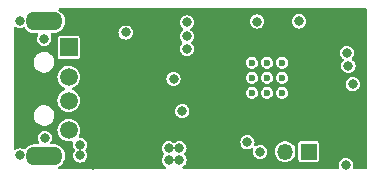
<source format=gbr>
%TF.GenerationSoftware,KiCad,Pcbnew,(6.0.7)*%
%TF.CreationDate,2022-08-28T18:35:31-07:00*%
%TF.ProjectId,RP2040_Injector,52503230-3430-45f4-996e-6a6563746f72,rev?*%
%TF.SameCoordinates,Original*%
%TF.FileFunction,Copper,L3,Inr*%
%TF.FilePolarity,Positive*%
%FSLAX46Y46*%
G04 Gerber Fmt 4.6, Leading zero omitted, Abs format (unit mm)*
G04 Created by KiCad (PCBNEW (6.0.7)) date 2022-08-28 18:35:31*
%MOMM*%
%LPD*%
G01*
G04 APERTURE LIST*
%TA.AperFunction,ComponentPad*%
%ADD10C,0.600000*%
%TD*%
%TA.AperFunction,ComponentPad*%
%ADD11R,1.350000X1.350000*%
%TD*%
%TA.AperFunction,ComponentPad*%
%ADD12O,1.350000X1.350000*%
%TD*%
%TA.AperFunction,ComponentPad*%
%ADD13R,1.508000X1.508000*%
%TD*%
%TA.AperFunction,ComponentPad*%
%ADD14C,1.508000*%
%TD*%
%TA.AperFunction,ComponentPad*%
%ADD15O,3.150000X1.575000*%
%TD*%
%TA.AperFunction,ViaPad*%
%ADD16C,0.800000*%
%TD*%
G04 APERTURE END LIST*
D10*
%TO.N,GND*%
%TO.C,*%
X116400000Y-91550000D03*
%TD*%
D11*
%TO.N,GND*%
%TO.C,J2*%
X118650000Y-99070000D03*
D12*
%TO.N,/~{USB_BOOT}*%
X116650000Y-99070000D03*
%TD*%
D10*
%TO.N,GND*%
%TO.C,*%
X115125000Y-91550000D03*
%TD*%
%TO.N,GND*%
%TO.C,*%
X115125000Y-92825000D03*
%TD*%
%TO.N,GND*%
%TO.C,*%
X113850000Y-94100000D03*
%TD*%
%TO.N,GND*%
%TO.C,*%
X116400000Y-92825000D03*
%TD*%
%TO.N,GND*%
%TO.C,*%
X116400000Y-94100000D03*
%TD*%
%TO.N,GND*%
%TO.C,*%
X113850000Y-92825000D03*
%TD*%
%TO.N,GND*%
%TO.C,*%
X113850000Y-91550000D03*
%TD*%
%TO.N,GND*%
%TO.C,*%
X115125000Y-94100000D03*
%TD*%
D13*
%TO.N,VCC*%
%TO.C,J1*%
X98337500Y-90255750D03*
D14*
%TO.N,USB_D-*%
X98337500Y-92755750D03*
%TO.N,USB_D+*%
X98337500Y-94755750D03*
%TO.N,GND*%
X98337500Y-97255750D03*
D15*
X96237500Y-88055750D03*
X96237500Y-99455750D03*
%TD*%
D16*
%TO.N,+3V3*%
X116150000Y-87350000D03*
X110680000Y-89410000D03*
X107150000Y-97650000D03*
X121170000Y-92726302D03*
X109980000Y-87390000D03*
X112560000Y-87310000D03*
X107150000Y-96650000D03*
X100410000Y-100240000D03*
X112190000Y-98310000D03*
X109400000Y-92475000D03*
X101930000Y-87870000D03*
X115300000Y-97450000D03*
%TO.N,GND*%
X96260000Y-89530000D03*
X107700000Y-98800000D03*
X99300000Y-98500000D03*
X113460000Y-98290000D03*
X108330000Y-90379802D03*
X94200000Y-88000000D03*
X99300000Y-99400000D03*
X107950000Y-95648802D03*
X103150000Y-88990000D03*
X106800000Y-98800000D03*
X114280000Y-88060000D03*
X108320000Y-88140000D03*
X114550000Y-99110000D03*
X121880000Y-90710000D03*
X107201844Y-92906113D03*
X108330000Y-89320000D03*
X106800000Y-99800000D03*
X121800000Y-100200000D03*
X122008186Y-91820000D03*
X107700000Y-99800000D03*
X122370000Y-93370000D03*
X96300000Y-97900000D03*
X94200000Y-99400000D03*
X117830000Y-88050000D03*
%TD*%
%TA.AperFunction,Conductor*%
%TO.N,+3V3*%
G36*
X123541621Y-86970502D02*
G01*
X123588114Y-87024158D01*
X123599500Y-87076500D01*
X123599500Y-100423500D01*
X123579498Y-100491621D01*
X123525842Y-100538114D01*
X123473500Y-100549500D01*
X122493782Y-100549500D01*
X122425661Y-100529498D01*
X122379168Y-100475842D01*
X122369064Y-100405568D01*
X122377373Y-100375283D01*
X122381883Y-100364395D01*
X122381884Y-100364390D01*
X122385044Y-100356762D01*
X122405682Y-100200000D01*
X122385044Y-100043238D01*
X122324536Y-99897159D01*
X122251453Y-99801915D01*
X122233305Y-99778264D01*
X122228282Y-99771718D01*
X122219199Y-99764748D01*
X122153849Y-99714604D01*
X122102841Y-99675464D01*
X121956762Y-99614956D01*
X121800000Y-99594318D01*
X121643238Y-99614956D01*
X121497159Y-99675464D01*
X121446151Y-99714604D01*
X121380802Y-99764748D01*
X121371718Y-99771718D01*
X121366695Y-99778264D01*
X121348547Y-99801915D01*
X121275464Y-99897159D01*
X121214956Y-100043238D01*
X121194318Y-100200000D01*
X121214956Y-100356762D01*
X121218116Y-100364390D01*
X121218117Y-100364395D01*
X121222627Y-100375283D01*
X121230216Y-100445873D01*
X121198436Y-100509360D01*
X121137377Y-100545586D01*
X121106218Y-100549500D01*
X108080847Y-100549500D01*
X108012726Y-100529498D01*
X107966233Y-100475842D01*
X107956129Y-100405568D01*
X107985623Y-100340988D01*
X108004143Y-100323537D01*
X108121736Y-100233305D01*
X108128282Y-100228282D01*
X108149984Y-100200000D01*
X108219509Y-100109392D01*
X108224536Y-100102841D01*
X108285044Y-99956762D01*
X108305682Y-99800000D01*
X108285044Y-99643238D01*
X108224536Y-99497159D01*
X108150000Y-99400022D01*
X108132108Y-99376704D01*
X108106508Y-99310483D01*
X108120773Y-99240935D01*
X108132108Y-99223296D01*
X108212760Y-99118188D01*
X108224536Y-99102841D01*
X108285044Y-98956762D01*
X108287137Y-98940868D01*
X108304430Y-98809507D01*
X108305682Y-98800000D01*
X108285044Y-98643238D01*
X108224536Y-98497159D01*
X108128282Y-98371718D01*
X108021785Y-98290000D01*
X112854318Y-98290000D01*
X112874956Y-98446762D01*
X112935464Y-98592841D01*
X112978229Y-98648574D01*
X113017935Y-98700319D01*
X113031718Y-98718282D01*
X113157159Y-98814536D01*
X113303238Y-98875044D01*
X113460000Y-98895682D01*
X113468188Y-98894604D01*
X113608574Y-98876122D01*
X113616762Y-98875044D01*
X113762841Y-98814536D01*
X113769392Y-98809509D01*
X113769396Y-98809507D01*
X113770978Y-98808293D01*
X113772554Y-98807684D01*
X113776546Y-98805379D01*
X113776905Y-98806002D01*
X113837198Y-98782694D01*
X113906747Y-98796960D01*
X113957542Y-98846562D01*
X113973457Y-98915752D01*
X113969387Y-98940868D01*
X113968118Y-98945604D01*
X113964956Y-98953238D01*
X113944318Y-99110000D01*
X113964956Y-99266762D01*
X114025464Y-99412841D01*
X114121718Y-99538282D01*
X114247159Y-99634536D01*
X114393238Y-99695044D01*
X114550000Y-99715682D01*
X114558188Y-99714604D01*
X114597778Y-99709392D01*
X114706762Y-99695044D01*
X114852841Y-99634536D01*
X114978282Y-99538282D01*
X115074536Y-99412841D01*
X115135044Y-99266762D01*
X115155682Y-99110000D01*
X115150416Y-99070000D01*
X115769678Y-99070000D01*
X115770368Y-99076565D01*
X115784928Y-99215091D01*
X115788915Y-99253029D01*
X115845786Y-99428059D01*
X115937805Y-99587440D01*
X115942223Y-99592347D01*
X115942224Y-99592348D01*
X116047621Y-99709404D01*
X116060950Y-99724207D01*
X116066292Y-99728088D01*
X116066294Y-99728090D01*
X116165270Y-99800000D01*
X116209839Y-99832381D01*
X116215867Y-99835065D01*
X116215869Y-99835066D01*
X116359865Y-99899177D01*
X116377966Y-99907236D01*
X116459355Y-99924536D01*
X116551524Y-99944128D01*
X116551529Y-99944128D01*
X116557981Y-99945500D01*
X116742019Y-99945500D01*
X116748471Y-99944128D01*
X116748476Y-99944128D01*
X116840645Y-99924536D01*
X116922034Y-99907236D01*
X116940135Y-99899177D01*
X117084131Y-99835066D01*
X117084133Y-99835065D01*
X117090161Y-99832381D01*
X117134730Y-99800000D01*
X117233706Y-99728090D01*
X117233708Y-99728088D01*
X117239050Y-99724207D01*
X117252379Y-99709404D01*
X117357776Y-99592348D01*
X117357777Y-99592347D01*
X117362195Y-99587440D01*
X117454214Y-99428059D01*
X117511085Y-99253029D01*
X117523190Y-99137857D01*
X117550203Y-99072201D01*
X117555779Y-99068310D01*
X117555526Y-99067916D01*
X117742008Y-99067916D01*
X117772444Y-99128361D01*
X117774500Y-99151028D01*
X117774500Y-99764748D01*
X117775707Y-99770816D01*
X117783033Y-99807644D01*
X117786133Y-99823231D01*
X117830448Y-99889552D01*
X117896769Y-99933867D01*
X117908938Y-99936288D01*
X117908939Y-99936288D01*
X117931025Y-99940681D01*
X117955252Y-99945500D01*
X119344748Y-99945500D01*
X119368975Y-99940681D01*
X119391061Y-99936288D01*
X119391062Y-99936288D01*
X119403231Y-99933867D01*
X119469552Y-99889552D01*
X119513867Y-99823231D01*
X119516968Y-99807644D01*
X119524293Y-99770816D01*
X119525500Y-99764748D01*
X119525500Y-98375252D01*
X119518659Y-98340861D01*
X119516288Y-98328939D01*
X119516288Y-98328938D01*
X119513867Y-98316769D01*
X119469552Y-98250448D01*
X119403231Y-98206133D01*
X119391062Y-98203712D01*
X119391061Y-98203712D01*
X119350816Y-98195707D01*
X119344748Y-98194500D01*
X117955252Y-98194500D01*
X117949184Y-98195707D01*
X117908939Y-98203712D01*
X117908938Y-98203712D01*
X117896769Y-98206133D01*
X117830448Y-98250448D01*
X117786133Y-98316769D01*
X117783712Y-98328938D01*
X117783712Y-98328939D01*
X117781341Y-98340861D01*
X117774500Y-98375252D01*
X117774500Y-98988972D01*
X117754498Y-99057093D01*
X117742008Y-99067916D01*
X117555526Y-99067916D01*
X117527604Y-99024470D01*
X117523190Y-99002143D01*
X117511775Y-98893535D01*
X117511775Y-98893534D01*
X117511085Y-98886971D01*
X117506320Y-98872304D01*
X117456256Y-98718226D01*
X117454214Y-98711941D01*
X117362195Y-98552560D01*
X117356342Y-98546059D01*
X117243472Y-98420704D01*
X117243471Y-98420703D01*
X117239050Y-98415793D01*
X117233708Y-98411912D01*
X117233706Y-98411910D01*
X117095503Y-98311500D01*
X117095502Y-98311499D01*
X117090161Y-98307619D01*
X117084133Y-98304935D01*
X117084131Y-98304934D01*
X116928065Y-98235449D01*
X116928064Y-98235449D01*
X116922034Y-98232764D01*
X116829176Y-98213026D01*
X116748476Y-98195872D01*
X116748471Y-98195872D01*
X116742019Y-98194500D01*
X116557981Y-98194500D01*
X116551529Y-98195872D01*
X116551524Y-98195872D01*
X116470824Y-98213026D01*
X116377966Y-98232764D01*
X116371936Y-98235449D01*
X116371935Y-98235449D01*
X116215869Y-98304934D01*
X116215867Y-98304935D01*
X116209839Y-98307619D01*
X116204498Y-98311499D01*
X116204497Y-98311500D01*
X116066294Y-98411910D01*
X116066292Y-98411912D01*
X116060950Y-98415793D01*
X116056529Y-98420703D01*
X116056528Y-98420704D01*
X115943659Y-98546059D01*
X115937805Y-98552560D01*
X115845786Y-98711941D01*
X115843744Y-98718226D01*
X115793681Y-98872304D01*
X115788915Y-98886971D01*
X115788225Y-98893534D01*
X115788225Y-98893535D01*
X115774463Y-99024470D01*
X115769678Y-99070000D01*
X115150416Y-99070000D01*
X115135044Y-98953238D01*
X115074536Y-98807159D01*
X114978282Y-98681718D01*
X114852841Y-98585464D01*
X114706762Y-98524956D01*
X114550000Y-98504318D01*
X114393238Y-98524956D01*
X114247159Y-98585464D01*
X114240608Y-98590491D01*
X114240604Y-98590493D01*
X114239022Y-98591707D01*
X114237446Y-98592316D01*
X114233454Y-98594621D01*
X114233095Y-98593998D01*
X114172802Y-98617306D01*
X114103253Y-98603040D01*
X114052458Y-98553438D01*
X114036543Y-98484248D01*
X114040613Y-98459132D01*
X114041882Y-98454396D01*
X114045044Y-98446762D01*
X114065682Y-98290000D01*
X114052597Y-98190608D01*
X114046122Y-98141426D01*
X114045044Y-98133238D01*
X113984536Y-97987159D01*
X113888282Y-97861718D01*
X113762841Y-97765464D01*
X113616762Y-97704956D01*
X113460000Y-97684318D01*
X113303238Y-97704956D01*
X113157159Y-97765464D01*
X113031718Y-97861718D01*
X112935464Y-97987159D01*
X112874956Y-98133238D01*
X112873878Y-98141426D01*
X112867403Y-98190608D01*
X112854318Y-98290000D01*
X108021785Y-98290000D01*
X108002841Y-98275464D01*
X107856762Y-98214956D01*
X107814530Y-98209396D01*
X107732829Y-98198640D01*
X107700000Y-98194318D01*
X107667171Y-98198640D01*
X107585471Y-98209396D01*
X107543238Y-98214956D01*
X107397159Y-98275464D01*
X107358753Y-98304934D01*
X107326704Y-98329526D01*
X107260484Y-98355126D01*
X107190935Y-98340861D01*
X107173296Y-98329526D01*
X107141247Y-98304934D01*
X107102841Y-98275464D01*
X106956762Y-98214956D01*
X106914530Y-98209396D01*
X106832829Y-98198640D01*
X106800000Y-98194318D01*
X106767171Y-98198640D01*
X106685471Y-98209396D01*
X106643238Y-98214956D01*
X106497159Y-98275464D01*
X106371718Y-98371718D01*
X106275464Y-98497159D01*
X106214956Y-98643238D01*
X106194318Y-98800000D01*
X106195570Y-98809507D01*
X106212864Y-98940868D01*
X106214956Y-98956762D01*
X106275464Y-99102841D01*
X106287240Y-99118188D01*
X106367892Y-99223296D01*
X106393492Y-99289517D01*
X106379227Y-99359065D01*
X106367892Y-99376704D01*
X106350000Y-99400022D01*
X106275464Y-99497159D01*
X106214956Y-99643238D01*
X106194318Y-99800000D01*
X106214956Y-99956762D01*
X106275464Y-100102841D01*
X106280491Y-100109392D01*
X106350017Y-100200000D01*
X106371718Y-100228282D01*
X106378264Y-100233305D01*
X106495857Y-100323537D01*
X106537724Y-100380875D01*
X106541946Y-100451746D01*
X106507182Y-100513649D01*
X106444469Y-100546930D01*
X106419153Y-100549500D01*
X97576965Y-100549500D01*
X97508844Y-100529498D01*
X97462351Y-100475842D01*
X97452247Y-100405568D01*
X97481741Y-100340988D01*
X97515879Y-100313298D01*
X97586193Y-100274322D01*
X97591773Y-100271229D01*
X97744171Y-100140608D01*
X97819699Y-100043238D01*
X97863280Y-99987054D01*
X97863282Y-99987051D01*
X97867192Y-99982010D01*
X97875626Y-99964871D01*
X97952991Y-99807644D01*
X97955810Y-99801915D01*
X97983367Y-99696122D01*
X98004795Y-99613861D01*
X98004795Y-99613858D01*
X98006405Y-99607679D01*
X98015818Y-99428059D01*
X98016575Y-99413620D01*
X98016575Y-99413616D01*
X98016909Y-99407238D01*
X97986895Y-99208777D01*
X97984692Y-99202791D01*
X97984691Y-99202785D01*
X97919794Y-99026402D01*
X97917588Y-99020406D01*
X97914222Y-99014978D01*
X97914220Y-99014973D01*
X97815183Y-98855244D01*
X97811819Y-98849818D01*
X97687379Y-98718226D01*
X97678298Y-98708623D01*
X97678297Y-98708622D01*
X97673909Y-98703982D01*
X97668678Y-98700319D01*
X97514717Y-98592514D01*
X97514715Y-98592513D01*
X97509491Y-98588855D01*
X97369131Y-98528116D01*
X97331143Y-98511677D01*
X97331141Y-98511676D01*
X97325282Y-98509141D01*
X97307356Y-98505396D01*
X97133552Y-98469086D01*
X97133548Y-98469086D01*
X97128807Y-98468095D01*
X97123968Y-98467841D01*
X97123965Y-98467841D01*
X97123941Y-98467840D01*
X97122224Y-98467750D01*
X96876768Y-98467750D01*
X96808647Y-98447748D01*
X96762154Y-98394092D01*
X96752050Y-98323818D01*
X96776805Y-98265047D01*
X96819507Y-98209396D01*
X96819509Y-98209392D01*
X96824536Y-98202841D01*
X96885044Y-98056762D01*
X96886813Y-98043329D01*
X96904604Y-97908188D01*
X96905682Y-97900000D01*
X96885044Y-97743238D01*
X96824536Y-97597159D01*
X96728282Y-97471718D01*
X96602841Y-97375464D01*
X96456762Y-97314956D01*
X96300000Y-97294318D01*
X96143238Y-97314956D01*
X95997159Y-97375464D01*
X95871718Y-97471718D01*
X95775464Y-97597159D01*
X95714956Y-97743238D01*
X95694318Y-97900000D01*
X95695396Y-97908188D01*
X95713188Y-98043329D01*
X95714956Y-98056762D01*
X95775464Y-98202841D01*
X95780491Y-98209392D01*
X95780493Y-98209396D01*
X95823195Y-98265047D01*
X95848795Y-98331267D01*
X95834530Y-98400816D01*
X95784928Y-98451612D01*
X95723232Y-98467750D01*
X95399841Y-98467750D01*
X95396445Y-98468095D01*
X95256660Y-98482294D01*
X95256659Y-98482294D01*
X95250311Y-98482939D01*
X95058778Y-98542961D01*
X95053189Y-98546059D01*
X94987802Y-98582304D01*
X94883227Y-98640271D01*
X94730829Y-98770892D01*
X94670985Y-98848042D01*
X94613431Y-98889608D01*
X94542539Y-98893459D01*
X94508922Y-98880130D01*
X94502841Y-98875464D01*
X94356762Y-98814956D01*
X94200000Y-98794318D01*
X94043238Y-98814956D01*
X93897159Y-98875464D01*
X93890608Y-98880491D01*
X93883204Y-98886172D01*
X93816983Y-98911772D01*
X93747435Y-98897507D01*
X93696639Y-98847906D01*
X93680500Y-98786209D01*
X93680500Y-97242359D01*
X97378475Y-97242359D01*
X97378991Y-97248502D01*
X97389653Y-97375464D01*
X97394139Y-97428889D01*
X97445735Y-97608825D01*
X97448550Y-97614302D01*
X97448551Y-97614305D01*
X97514813Y-97743238D01*
X97531297Y-97775312D01*
X97535120Y-97780136D01*
X97535123Y-97780140D01*
X97599782Y-97861718D01*
X97647568Y-97922009D01*
X97790118Y-98043329D01*
X97795496Y-98046335D01*
X97795498Y-98046336D01*
X97840914Y-98071718D01*
X97953518Y-98134650D01*
X98131543Y-98192494D01*
X98317414Y-98214658D01*
X98323549Y-98214186D01*
X98323551Y-98214186D01*
X98497908Y-98200770D01*
X98497913Y-98200769D01*
X98504049Y-98200297D01*
X98509984Y-98198640D01*
X98561851Y-98184159D01*
X98632841Y-98185106D01*
X98692050Y-98224282D01*
X98720679Y-98289251D01*
X98717511Y-98337070D01*
X98714956Y-98343238D01*
X98713879Y-98351422D01*
X98713878Y-98351424D01*
X98699698Y-98459132D01*
X98694318Y-98500000D01*
X98714956Y-98656762D01*
X98775464Y-98802841D01*
X98828765Y-98872304D01*
X98829526Y-98873296D01*
X98855126Y-98939516D01*
X98840861Y-99009065D01*
X98829527Y-99026703D01*
X98775464Y-99097159D01*
X98714956Y-99243238D01*
X98694318Y-99400000D01*
X98714956Y-99556762D01*
X98775464Y-99702841D01*
X98791859Y-99724207D01*
X98850017Y-99800000D01*
X98871718Y-99828282D01*
X98878264Y-99833305D01*
X98880559Y-99835066D01*
X98997159Y-99924536D01*
X99143238Y-99985044D01*
X99151426Y-99986122D01*
X99186154Y-99990694D01*
X99300000Y-100005682D01*
X99308188Y-100004604D01*
X99448574Y-99986122D01*
X99456762Y-99985044D01*
X99602841Y-99924536D01*
X99719441Y-99835066D01*
X99721736Y-99833305D01*
X99728282Y-99828282D01*
X99749984Y-99800000D01*
X99808141Y-99724207D01*
X99824536Y-99702841D01*
X99885044Y-99556762D01*
X99905682Y-99400000D01*
X99885044Y-99243238D01*
X99824536Y-99097159D01*
X99770474Y-99026704D01*
X99744874Y-98960484D01*
X99759139Y-98890935D01*
X99770474Y-98873296D01*
X99771235Y-98872304D01*
X99824536Y-98802841D01*
X99885044Y-98656762D01*
X99905682Y-98500000D01*
X99885044Y-98343238D01*
X99824536Y-98197159D01*
X99728282Y-98071718D01*
X99602841Y-97975464D01*
X99456762Y-97914956D01*
X99300000Y-97894318D01*
X99291812Y-97895396D01*
X99288430Y-97895396D01*
X99220309Y-97875394D01*
X99173816Y-97821738D01*
X99163712Y-97751464D01*
X99178874Y-97707159D01*
X99213698Y-97645858D01*
X99272783Y-97468241D01*
X99296244Y-97282530D01*
X99296618Y-97255750D01*
X99278352Y-97069456D01*
X99224249Y-96890259D01*
X99210123Y-96863691D01*
X99139264Y-96730424D01*
X99139262Y-96730421D01*
X99136370Y-96724982D01*
X99132480Y-96720212D01*
X99132477Y-96720208D01*
X99021957Y-96584698D01*
X99021954Y-96584695D01*
X99018062Y-96579923D01*
X99007134Y-96570882D01*
X98878581Y-96464534D01*
X98873832Y-96460605D01*
X98709173Y-96371574D01*
X98594192Y-96335982D01*
X98536244Y-96318044D01*
X98536241Y-96318043D01*
X98530357Y-96316222D01*
X98524232Y-96315578D01*
X98524231Y-96315578D01*
X98350324Y-96297299D01*
X98350323Y-96297299D01*
X98344196Y-96296655D01*
X98267643Y-96303622D01*
X98163918Y-96313062D01*
X98163915Y-96313063D01*
X98157779Y-96313621D01*
X98151873Y-96315359D01*
X98151869Y-96315360D01*
X98016575Y-96355179D01*
X97978208Y-96366471D01*
X97812322Y-96453194D01*
X97807522Y-96457054D01*
X97807521Y-96457054D01*
X97798218Y-96464534D01*
X97666440Y-96570486D01*
X97546119Y-96713880D01*
X97543155Y-96719272D01*
X97543152Y-96719276D01*
X97495918Y-96805195D01*
X97455941Y-96877913D01*
X97454080Y-96883780D01*
X97454079Y-96883782D01*
X97450153Y-96896159D01*
X97399341Y-97056338D01*
X97378475Y-97242359D01*
X93680500Y-97242359D01*
X93680500Y-95956590D01*
X95358211Y-95956590D01*
X95358568Y-95963406D01*
X95358568Y-95963411D01*
X95363364Y-96054910D01*
X95368167Y-96146551D01*
X95409512Y-96296655D01*
X95415404Y-96318044D01*
X95418681Y-96329943D01*
X95507398Y-96498210D01*
X95630178Y-96643501D01*
X95635602Y-96647648D01*
X95635603Y-96647649D01*
X95775872Y-96754893D01*
X95775876Y-96754896D01*
X95781293Y-96759037D01*
X95953693Y-96839428D01*
X96036221Y-96857875D01*
X96134290Y-96879797D01*
X96134296Y-96879798D01*
X96139334Y-96880924D01*
X96145165Y-96881250D01*
X96285017Y-96881250D01*
X96426609Y-96865868D01*
X96606896Y-96805195D01*
X96769947Y-96707224D01*
X96850208Y-96631325D01*
X96903204Y-96581210D01*
X96903205Y-96581209D01*
X96908158Y-96576525D01*
X96957835Y-96503427D01*
X97011244Y-96424838D01*
X97011245Y-96424836D01*
X97015078Y-96419196D01*
X97034855Y-96369752D01*
X97083185Y-96248918D01*
X97083186Y-96248916D01*
X97085721Y-96242577D01*
X97116789Y-96054910D01*
X97111994Y-95963411D01*
X97107190Y-95871762D01*
X97106833Y-95864949D01*
X97056319Y-95681557D01*
X96967602Y-95513290D01*
X96844822Y-95367999D01*
X96839397Y-95363851D01*
X96699128Y-95256607D01*
X96699124Y-95256604D01*
X96693707Y-95252463D01*
X96521307Y-95172072D01*
X96428026Y-95151221D01*
X96340710Y-95131703D01*
X96340704Y-95131702D01*
X96335666Y-95130576D01*
X96329835Y-95130250D01*
X96189983Y-95130250D01*
X96048391Y-95145632D01*
X95868104Y-95206305D01*
X95705053Y-95304276D01*
X95632154Y-95373213D01*
X95576329Y-95426004D01*
X95566842Y-95434975D01*
X95563007Y-95440618D01*
X95491162Y-95546336D01*
X95459922Y-95592304D01*
X95457390Y-95598633D01*
X95457389Y-95598636D01*
X95391815Y-95762582D01*
X95389279Y-95768923D01*
X95358211Y-95956590D01*
X93680500Y-95956590D01*
X93680500Y-94742359D01*
X97378475Y-94742359D01*
X97394139Y-94928889D01*
X97445735Y-95108825D01*
X97448550Y-95114302D01*
X97448551Y-95114305D01*
X97503138Y-95220520D01*
X97531297Y-95275312D01*
X97535120Y-95280136D01*
X97535123Y-95280140D01*
X97641039Y-95413771D01*
X97647568Y-95422009D01*
X97652262Y-95426004D01*
X97761921Y-95519331D01*
X97790118Y-95543329D01*
X97795496Y-95546335D01*
X97795498Y-95546336D01*
X97829896Y-95565560D01*
X97953518Y-95634650D01*
X98131543Y-95692494D01*
X98317414Y-95714658D01*
X98323549Y-95714186D01*
X98323551Y-95714186D01*
X98497908Y-95700770D01*
X98497913Y-95700769D01*
X98504049Y-95700297D01*
X98509979Y-95698641D01*
X98509981Y-95698641D01*
X98622864Y-95667123D01*
X98684341Y-95649959D01*
X98686631Y-95648802D01*
X107344318Y-95648802D01*
X107364956Y-95805564D01*
X107425464Y-95951643D01*
X107521718Y-96077084D01*
X107647159Y-96173338D01*
X107793238Y-96233846D01*
X107950000Y-96254484D01*
X107958188Y-96253406D01*
X108098574Y-96234924D01*
X108106762Y-96233846D01*
X108252841Y-96173338D01*
X108378282Y-96077084D01*
X108474536Y-95951643D01*
X108535044Y-95805564D01*
X108555682Y-95648802D01*
X108535044Y-95492040D01*
X108474536Y-95345961D01*
X108378282Y-95220520D01*
X108356920Y-95204128D01*
X108313203Y-95170583D01*
X108252841Y-95124266D01*
X108106762Y-95063758D01*
X107950000Y-95043120D01*
X107793238Y-95063758D01*
X107647159Y-95124266D01*
X107586797Y-95170583D01*
X107543081Y-95204128D01*
X107521718Y-95220520D01*
X107425464Y-95345961D01*
X107364956Y-95492040D01*
X107344318Y-95648802D01*
X98686631Y-95648802D01*
X98714648Y-95634650D01*
X98798477Y-95592304D01*
X98851421Y-95565560D01*
X98879876Y-95543329D01*
X98994071Y-95454110D01*
X98994072Y-95454110D01*
X98998927Y-95450316D01*
X99121238Y-95308617D01*
X99213698Y-95145858D01*
X99272783Y-94968241D01*
X99296244Y-94782530D01*
X99296618Y-94755750D01*
X99278352Y-94569456D01*
X99224249Y-94390259D01*
X99155954Y-94261814D01*
X99139264Y-94230424D01*
X99139262Y-94230421D01*
X99136370Y-94224982D01*
X99132480Y-94220212D01*
X99132477Y-94220208D01*
X99029399Y-94093823D01*
X113344391Y-94093823D01*
X113345555Y-94102725D01*
X113345555Y-94102728D01*
X113346814Y-94112354D01*
X113362980Y-94235979D01*
X113420720Y-94367203D01*
X113426497Y-94374076D01*
X113426498Y-94374077D01*
X113445060Y-94396159D01*
X113512970Y-94476948D01*
X113520447Y-94481925D01*
X113623417Y-94550468D01*
X113632313Y-94556390D01*
X113769157Y-94599142D01*
X113778129Y-94599306D01*
X113778132Y-94599307D01*
X113843463Y-94600504D01*
X113912499Y-94601770D01*
X113921533Y-94599307D01*
X114042158Y-94566421D01*
X114042160Y-94566420D01*
X114050817Y-94564060D01*
X114172991Y-94489045D01*
X114269200Y-94382754D01*
X114331710Y-94253733D01*
X114355496Y-94112354D01*
X114355647Y-94100000D01*
X114354762Y-94093823D01*
X114619391Y-94093823D01*
X114620555Y-94102725D01*
X114620555Y-94102728D01*
X114621814Y-94112354D01*
X114637980Y-94235979D01*
X114695720Y-94367203D01*
X114701497Y-94374076D01*
X114701498Y-94374077D01*
X114720060Y-94396159D01*
X114787970Y-94476948D01*
X114795447Y-94481925D01*
X114898417Y-94550468D01*
X114907313Y-94556390D01*
X115044157Y-94599142D01*
X115053129Y-94599306D01*
X115053132Y-94599307D01*
X115118463Y-94600504D01*
X115187499Y-94601770D01*
X115196533Y-94599307D01*
X115317158Y-94566421D01*
X115317160Y-94566420D01*
X115325817Y-94564060D01*
X115447991Y-94489045D01*
X115544200Y-94382754D01*
X115606710Y-94253733D01*
X115630496Y-94112354D01*
X115630647Y-94100000D01*
X115629762Y-94093823D01*
X115894391Y-94093823D01*
X115895555Y-94102725D01*
X115895555Y-94102728D01*
X115896814Y-94112354D01*
X115912980Y-94235979D01*
X115970720Y-94367203D01*
X115976497Y-94374076D01*
X115976498Y-94374077D01*
X115995060Y-94396159D01*
X116062970Y-94476948D01*
X116070447Y-94481925D01*
X116173417Y-94550468D01*
X116182313Y-94556390D01*
X116319157Y-94599142D01*
X116328129Y-94599306D01*
X116328132Y-94599307D01*
X116393463Y-94600504D01*
X116462499Y-94601770D01*
X116471533Y-94599307D01*
X116592158Y-94566421D01*
X116592160Y-94566420D01*
X116600817Y-94564060D01*
X116722991Y-94489045D01*
X116819200Y-94382754D01*
X116881710Y-94253733D01*
X116905496Y-94112354D01*
X116905647Y-94100000D01*
X116897473Y-94042924D01*
X116886596Y-93966968D01*
X116886595Y-93966965D01*
X116885323Y-93958082D01*
X116825984Y-93827572D01*
X116795106Y-93791736D01*
X116738260Y-93725763D01*
X116738257Y-93725760D01*
X116732400Y-93718963D01*
X116612095Y-93640985D01*
X116474739Y-93599907D01*
X116465763Y-93599852D01*
X116465762Y-93599852D01*
X116405555Y-93599484D01*
X116331376Y-93599031D01*
X116193529Y-93638428D01*
X116072280Y-93714930D01*
X116066338Y-93721658D01*
X116066337Y-93721659D01*
X116024829Y-93768659D01*
X115977377Y-93822388D01*
X115916447Y-93952163D01*
X115915066Y-93961035D01*
X115895812Y-94084698D01*
X115894391Y-94093823D01*
X115629762Y-94093823D01*
X115622473Y-94042924D01*
X115611596Y-93966968D01*
X115611595Y-93966965D01*
X115610323Y-93958082D01*
X115550984Y-93827572D01*
X115520106Y-93791736D01*
X115463260Y-93725763D01*
X115463257Y-93725760D01*
X115457400Y-93718963D01*
X115337095Y-93640985D01*
X115199739Y-93599907D01*
X115190763Y-93599852D01*
X115190762Y-93599852D01*
X115130555Y-93599484D01*
X115056376Y-93599031D01*
X114918529Y-93638428D01*
X114797280Y-93714930D01*
X114791338Y-93721658D01*
X114791337Y-93721659D01*
X114749829Y-93768659D01*
X114702377Y-93822388D01*
X114641447Y-93952163D01*
X114640066Y-93961035D01*
X114620812Y-94084698D01*
X114619391Y-94093823D01*
X114354762Y-94093823D01*
X114347473Y-94042924D01*
X114336596Y-93966968D01*
X114336595Y-93966965D01*
X114335323Y-93958082D01*
X114275984Y-93827572D01*
X114245106Y-93791736D01*
X114188260Y-93725763D01*
X114188257Y-93725760D01*
X114182400Y-93718963D01*
X114062095Y-93640985D01*
X113924739Y-93599907D01*
X113915763Y-93599852D01*
X113915762Y-93599852D01*
X113855555Y-93599484D01*
X113781376Y-93599031D01*
X113643529Y-93638428D01*
X113522280Y-93714930D01*
X113516338Y-93721658D01*
X113516337Y-93721659D01*
X113474829Y-93768659D01*
X113427377Y-93822388D01*
X113366447Y-93952163D01*
X113365066Y-93961035D01*
X113345812Y-94084698D01*
X113344391Y-94093823D01*
X99029399Y-94093823D01*
X99021957Y-94084698D01*
X99021954Y-94084695D01*
X99018062Y-94079923D01*
X98873832Y-93960605D01*
X98709173Y-93871574D01*
X98706065Y-93870612D01*
X98651798Y-93826414D01*
X98629728Y-93758936D01*
X98647642Y-93690236D01*
X98698858Y-93642626D01*
X98747186Y-93618213D01*
X98851421Y-93565560D01*
X98879876Y-93543329D01*
X98994071Y-93454110D01*
X98994072Y-93454110D01*
X98998927Y-93450316D01*
X99098987Y-93334395D01*
X99117209Y-93313285D01*
X99117210Y-93313283D01*
X99121238Y-93308617D01*
X99213698Y-93145858D01*
X99272783Y-92968241D01*
X99280632Y-92906113D01*
X106596162Y-92906113D01*
X106616800Y-93062875D01*
X106677308Y-93208954D01*
X106682335Y-93215505D01*
X106767585Y-93326605D01*
X106773562Y-93334395D01*
X106899003Y-93430649D01*
X107045082Y-93491157D01*
X107201844Y-93511795D01*
X107210032Y-93510717D01*
X107350418Y-93492235D01*
X107358606Y-93491157D01*
X107504685Y-93430649D01*
X107583725Y-93370000D01*
X121764318Y-93370000D01*
X121765396Y-93378188D01*
X121779853Y-93487997D01*
X121784956Y-93526762D01*
X121845464Y-93672841D01*
X121941718Y-93798282D01*
X122067159Y-93894536D01*
X122186662Y-93944036D01*
X122201882Y-93950340D01*
X122213238Y-93955044D01*
X122221426Y-93956122D01*
X122236314Y-93958082D01*
X122370000Y-93975682D01*
X122378188Y-93974604D01*
X122518574Y-93956122D01*
X122526762Y-93955044D01*
X122538119Y-93950340D01*
X122553338Y-93944036D01*
X122672841Y-93894536D01*
X122798282Y-93798282D01*
X122894536Y-93672841D01*
X122955044Y-93526762D01*
X122960148Y-93487997D01*
X122974604Y-93378188D01*
X122975682Y-93370000D01*
X122955044Y-93213238D01*
X122894536Y-93067159D01*
X122798282Y-92941718D01*
X122672841Y-92845464D01*
X122526762Y-92784956D01*
X122481560Y-92779005D01*
X122378188Y-92765396D01*
X122370000Y-92764318D01*
X122361812Y-92765396D01*
X122258441Y-92779005D01*
X122213238Y-92784956D01*
X122067159Y-92845464D01*
X121941718Y-92941718D01*
X121845464Y-93067159D01*
X121784956Y-93213238D01*
X121764318Y-93370000D01*
X107583725Y-93370000D01*
X107630126Y-93334395D01*
X107636104Y-93326605D01*
X107721353Y-93215505D01*
X107726380Y-93208954D01*
X107786888Y-93062875D01*
X107807526Y-92906113D01*
X107796034Y-92818823D01*
X113344391Y-92818823D01*
X113345555Y-92827725D01*
X113345555Y-92827728D01*
X113348532Y-92850491D01*
X113362980Y-92960979D01*
X113366597Y-92969199D01*
X113404213Y-93054687D01*
X113420720Y-93092203D01*
X113426497Y-93099076D01*
X113426498Y-93099077D01*
X113507190Y-93195072D01*
X113512970Y-93201948D01*
X113632313Y-93281390D01*
X113769157Y-93324142D01*
X113778129Y-93324306D01*
X113778132Y-93324307D01*
X113843463Y-93325504D01*
X113912499Y-93326770D01*
X113921533Y-93324307D01*
X114042158Y-93291421D01*
X114042160Y-93291420D01*
X114050817Y-93289060D01*
X114172991Y-93214045D01*
X114184506Y-93201324D01*
X114263178Y-93114407D01*
X114269200Y-93107754D01*
X114331710Y-92978733D01*
X114355496Y-92837354D01*
X114355647Y-92825000D01*
X114354762Y-92818823D01*
X114619391Y-92818823D01*
X114620555Y-92827725D01*
X114620555Y-92827728D01*
X114623532Y-92850491D01*
X114637980Y-92960979D01*
X114641597Y-92969199D01*
X114679213Y-93054687D01*
X114695720Y-93092203D01*
X114701497Y-93099076D01*
X114701498Y-93099077D01*
X114782190Y-93195072D01*
X114787970Y-93201948D01*
X114907313Y-93281390D01*
X115044157Y-93324142D01*
X115053129Y-93324306D01*
X115053132Y-93324307D01*
X115118463Y-93325504D01*
X115187499Y-93326770D01*
X115196533Y-93324307D01*
X115317158Y-93291421D01*
X115317160Y-93291420D01*
X115325817Y-93289060D01*
X115447991Y-93214045D01*
X115459506Y-93201324D01*
X115538178Y-93114407D01*
X115544200Y-93107754D01*
X115606710Y-92978733D01*
X115630496Y-92837354D01*
X115630647Y-92825000D01*
X115629762Y-92818823D01*
X115894391Y-92818823D01*
X115895555Y-92827725D01*
X115895555Y-92827728D01*
X115898532Y-92850491D01*
X115912980Y-92960979D01*
X115916597Y-92969199D01*
X115954213Y-93054687D01*
X115970720Y-93092203D01*
X115976497Y-93099076D01*
X115976498Y-93099077D01*
X116057190Y-93195072D01*
X116062970Y-93201948D01*
X116182313Y-93281390D01*
X116319157Y-93324142D01*
X116328129Y-93324306D01*
X116328132Y-93324307D01*
X116393463Y-93325504D01*
X116462499Y-93326770D01*
X116471533Y-93324307D01*
X116592158Y-93291421D01*
X116592160Y-93291420D01*
X116600817Y-93289060D01*
X116722991Y-93214045D01*
X116734506Y-93201324D01*
X116813178Y-93114407D01*
X116819200Y-93107754D01*
X116881710Y-92978733D01*
X116905496Y-92837354D01*
X116905647Y-92825000D01*
X116885323Y-92683082D01*
X116825984Y-92552572D01*
X116807598Y-92531234D01*
X116738260Y-92450763D01*
X116738257Y-92450760D01*
X116732400Y-92443963D01*
X116612095Y-92365985D01*
X116474739Y-92324907D01*
X116465763Y-92324852D01*
X116465762Y-92324852D01*
X116405555Y-92324484D01*
X116331376Y-92324031D01*
X116193529Y-92363428D01*
X116072280Y-92439930D01*
X115977377Y-92547388D01*
X115916447Y-92677163D01*
X115915066Y-92686035D01*
X115900042Y-92782530D01*
X115894391Y-92818823D01*
X115629762Y-92818823D01*
X115610323Y-92683082D01*
X115550984Y-92552572D01*
X115532598Y-92531234D01*
X115463260Y-92450763D01*
X115463257Y-92450760D01*
X115457400Y-92443963D01*
X115337095Y-92365985D01*
X115199739Y-92324907D01*
X115190763Y-92324852D01*
X115190762Y-92324852D01*
X115130555Y-92324484D01*
X115056376Y-92324031D01*
X114918529Y-92363428D01*
X114797280Y-92439930D01*
X114702377Y-92547388D01*
X114641447Y-92677163D01*
X114640066Y-92686035D01*
X114625042Y-92782530D01*
X114619391Y-92818823D01*
X114354762Y-92818823D01*
X114335323Y-92683082D01*
X114275984Y-92552572D01*
X114257598Y-92531234D01*
X114188260Y-92450763D01*
X114188257Y-92450760D01*
X114182400Y-92443963D01*
X114062095Y-92365985D01*
X113924739Y-92324907D01*
X113915763Y-92324852D01*
X113915762Y-92324852D01*
X113855555Y-92324484D01*
X113781376Y-92324031D01*
X113643529Y-92363428D01*
X113522280Y-92439930D01*
X113427377Y-92547388D01*
X113366447Y-92677163D01*
X113365066Y-92686035D01*
X113350042Y-92782530D01*
X113344391Y-92818823D01*
X107796034Y-92818823D01*
X107794866Y-92809950D01*
X107787966Y-92757539D01*
X107786888Y-92749351D01*
X107726380Y-92603272D01*
X107630126Y-92477831D01*
X107504685Y-92381577D01*
X107376897Y-92328645D01*
X107366235Y-92324229D01*
X107358606Y-92321069D01*
X107201844Y-92300431D01*
X107045082Y-92321069D01*
X107037453Y-92324229D01*
X107026791Y-92328645D01*
X106899003Y-92381577D01*
X106773562Y-92477831D01*
X106677308Y-92603272D01*
X106616800Y-92749351D01*
X106615722Y-92757539D01*
X106608822Y-92809950D01*
X106596162Y-92906113D01*
X99280632Y-92906113D01*
X99296244Y-92782530D01*
X99296618Y-92755750D01*
X99278352Y-92569456D01*
X99224249Y-92390259D01*
X99199938Y-92344536D01*
X99139264Y-92230424D01*
X99139262Y-92230421D01*
X99136370Y-92224982D01*
X99132480Y-92220212D01*
X99132477Y-92220208D01*
X99021957Y-92084698D01*
X99021954Y-92084695D01*
X99018062Y-92079923D01*
X99007134Y-92070882D01*
X98878581Y-91964534D01*
X98873832Y-91960605D01*
X98709173Y-91871574D01*
X98583764Y-91832754D01*
X98536244Y-91818044D01*
X98536241Y-91818043D01*
X98530357Y-91816222D01*
X98524232Y-91815578D01*
X98524231Y-91815578D01*
X98350324Y-91797299D01*
X98350323Y-91797299D01*
X98344196Y-91796655D01*
X98267643Y-91803622D01*
X98163918Y-91813062D01*
X98163915Y-91813063D01*
X98157779Y-91813621D01*
X98151873Y-91815359D01*
X98151869Y-91815360D01*
X98016575Y-91855179D01*
X97978208Y-91866471D01*
X97812322Y-91953194D01*
X97807522Y-91957054D01*
X97807521Y-91957054D01*
X97798218Y-91964534D01*
X97666440Y-92070486D01*
X97546119Y-92213880D01*
X97543155Y-92219272D01*
X97543152Y-92219276D01*
X97485081Y-92324907D01*
X97455941Y-92377913D01*
X97454080Y-92383780D01*
X97454079Y-92383782D01*
X97425838Y-92472808D01*
X97399341Y-92556338D01*
X97378475Y-92742359D01*
X97394139Y-92928889D01*
X97395838Y-92934814D01*
X97442940Y-93099077D01*
X97445735Y-93108825D01*
X97448550Y-93114302D01*
X97448551Y-93114305D01*
X97528482Y-93269835D01*
X97531297Y-93275312D01*
X97535120Y-93280136D01*
X97535123Y-93280140D01*
X97582107Y-93339418D01*
X97647568Y-93422009D01*
X97790118Y-93543329D01*
X97795496Y-93546335D01*
X97795498Y-93546336D01*
X97829896Y-93565560D01*
X97953518Y-93634650D01*
X97959379Y-93636554D01*
X97965027Y-93639022D01*
X97964287Y-93640715D01*
X98015743Y-93675896D01*
X98043383Y-93741291D01*
X98031280Y-93811249D01*
X97983276Y-93863557D01*
X97976580Y-93867322D01*
X97968447Y-93871574D01*
X97812322Y-93953194D01*
X97807522Y-93957054D01*
X97807521Y-93957054D01*
X97773359Y-93984521D01*
X97666440Y-94070486D01*
X97546119Y-94213880D01*
X97543155Y-94219272D01*
X97543152Y-94219276D01*
X97519767Y-94261814D01*
X97455941Y-94377913D01*
X97454080Y-94383780D01*
X97454079Y-94383782D01*
X97450153Y-94396159D01*
X97399341Y-94556338D01*
X97378475Y-94742359D01*
X93680500Y-94742359D01*
X93680500Y-91456590D01*
X95358211Y-91456590D01*
X95358568Y-91463406D01*
X95358568Y-91463411D01*
X95363361Y-91554859D01*
X95368167Y-91646551D01*
X95386143Y-91711814D01*
X95415404Y-91818044D01*
X95418681Y-91829943D01*
X95507398Y-91998210D01*
X95630178Y-92143501D01*
X95635602Y-92147648D01*
X95635603Y-92147649D01*
X95775872Y-92254893D01*
X95775876Y-92254896D01*
X95781293Y-92259037D01*
X95953693Y-92339428D01*
X96036221Y-92357875D01*
X96134290Y-92379797D01*
X96134296Y-92379798D01*
X96139334Y-92380924D01*
X96145165Y-92381250D01*
X96285017Y-92381250D01*
X96426609Y-92365868D01*
X96606896Y-92305195D01*
X96769947Y-92207224D01*
X96859180Y-92122841D01*
X96903204Y-92081210D01*
X96903205Y-92081209D01*
X96908158Y-92076525D01*
X96928587Y-92046464D01*
X97011244Y-91924838D01*
X97011245Y-91924836D01*
X97015078Y-91919196D01*
X97034855Y-91869752D01*
X97083185Y-91748918D01*
X97083186Y-91748916D01*
X97085721Y-91742577D01*
X97116789Y-91554910D01*
X97116280Y-91545184D01*
X97116209Y-91543823D01*
X113344391Y-91543823D01*
X113345555Y-91552725D01*
X113345555Y-91552728D01*
X113346814Y-91562354D01*
X113362980Y-91685979D01*
X113420720Y-91817203D01*
X113426497Y-91824076D01*
X113426498Y-91824077D01*
X113429954Y-91828188D01*
X113512970Y-91926948D01*
X113632313Y-92006390D01*
X113769157Y-92049142D01*
X113778129Y-92049306D01*
X113778132Y-92049307D01*
X113843463Y-92050504D01*
X113912499Y-92051770D01*
X113921533Y-92049307D01*
X114042158Y-92016421D01*
X114042160Y-92016420D01*
X114050817Y-92014060D01*
X114172991Y-91939045D01*
X114185851Y-91924838D01*
X114263178Y-91839407D01*
X114269200Y-91832754D01*
X114331710Y-91703733D01*
X114355496Y-91562354D01*
X114355647Y-91550000D01*
X114354762Y-91543823D01*
X114619391Y-91543823D01*
X114620555Y-91552725D01*
X114620555Y-91552728D01*
X114621814Y-91562354D01*
X114637980Y-91685979D01*
X114695720Y-91817203D01*
X114701497Y-91824076D01*
X114701498Y-91824077D01*
X114704954Y-91828188D01*
X114787970Y-91926948D01*
X114907313Y-92006390D01*
X115044157Y-92049142D01*
X115053129Y-92049306D01*
X115053132Y-92049307D01*
X115118463Y-92050504D01*
X115187499Y-92051770D01*
X115196533Y-92049307D01*
X115317158Y-92016421D01*
X115317160Y-92016420D01*
X115325817Y-92014060D01*
X115447991Y-91939045D01*
X115460851Y-91924838D01*
X115538178Y-91839407D01*
X115544200Y-91832754D01*
X115606710Y-91703733D01*
X115630496Y-91562354D01*
X115630647Y-91550000D01*
X115629762Y-91543823D01*
X115894391Y-91543823D01*
X115895555Y-91552725D01*
X115895555Y-91552728D01*
X115896814Y-91562354D01*
X115912980Y-91685979D01*
X115970720Y-91817203D01*
X115976497Y-91824076D01*
X115976498Y-91824077D01*
X115979954Y-91828188D01*
X116062970Y-91926948D01*
X116182313Y-92006390D01*
X116319157Y-92049142D01*
X116328129Y-92049306D01*
X116328132Y-92049307D01*
X116393463Y-92050504D01*
X116462499Y-92051770D01*
X116471533Y-92049307D01*
X116592158Y-92016421D01*
X116592160Y-92016420D01*
X116600817Y-92014060D01*
X116722991Y-91939045D01*
X116735851Y-91924838D01*
X116813178Y-91839407D01*
X116819200Y-91832754D01*
X116881710Y-91703733D01*
X116905496Y-91562354D01*
X116905647Y-91550000D01*
X116885323Y-91408082D01*
X116878955Y-91394075D01*
X116856922Y-91345617D01*
X116825984Y-91277572D01*
X116774143Y-91217408D01*
X116738260Y-91175763D01*
X116738257Y-91175760D01*
X116732400Y-91168963D01*
X116612095Y-91090985D01*
X116474739Y-91049907D01*
X116465763Y-91049852D01*
X116465762Y-91049852D01*
X116405555Y-91049484D01*
X116331376Y-91049031D01*
X116193529Y-91088428D01*
X116072280Y-91164930D01*
X116066338Y-91171658D01*
X116066337Y-91171659D01*
X116042529Y-91198617D01*
X115977377Y-91272388D01*
X115916447Y-91402163D01*
X115915066Y-91411035D01*
X115897355Y-91524789D01*
X115894391Y-91543823D01*
X115629762Y-91543823D01*
X115610323Y-91408082D01*
X115603955Y-91394075D01*
X115581922Y-91345617D01*
X115550984Y-91277572D01*
X115499143Y-91217408D01*
X115463260Y-91175763D01*
X115463257Y-91175760D01*
X115457400Y-91168963D01*
X115337095Y-91090985D01*
X115199739Y-91049907D01*
X115190763Y-91049852D01*
X115190762Y-91049852D01*
X115130555Y-91049484D01*
X115056376Y-91049031D01*
X114918529Y-91088428D01*
X114797280Y-91164930D01*
X114791338Y-91171658D01*
X114791337Y-91171659D01*
X114767529Y-91198617D01*
X114702377Y-91272388D01*
X114641447Y-91402163D01*
X114640066Y-91411035D01*
X114622355Y-91524789D01*
X114619391Y-91543823D01*
X114354762Y-91543823D01*
X114335323Y-91408082D01*
X114328955Y-91394075D01*
X114306922Y-91345617D01*
X114275984Y-91277572D01*
X114224143Y-91217408D01*
X114188260Y-91175763D01*
X114188257Y-91175760D01*
X114182400Y-91168963D01*
X114062095Y-91090985D01*
X113924739Y-91049907D01*
X113915763Y-91049852D01*
X113915762Y-91049852D01*
X113855555Y-91049484D01*
X113781376Y-91049031D01*
X113643529Y-91088428D01*
X113522280Y-91164930D01*
X113516338Y-91171658D01*
X113516337Y-91171659D01*
X113492529Y-91198617D01*
X113427377Y-91272388D01*
X113366447Y-91402163D01*
X113365066Y-91411035D01*
X113347355Y-91524789D01*
X113344391Y-91543823D01*
X97116209Y-91543823D01*
X97107190Y-91371762D01*
X97106833Y-91364949D01*
X97056319Y-91181557D01*
X96976147Y-91029498D01*
X97383000Y-91029498D01*
X97394633Y-91087981D01*
X97438948Y-91154302D01*
X97505269Y-91198617D01*
X97517438Y-91201038D01*
X97517439Y-91201038D01*
X97557684Y-91209043D01*
X97563752Y-91210250D01*
X99111248Y-91210250D01*
X99117316Y-91209043D01*
X99157561Y-91201038D01*
X99157562Y-91201038D01*
X99169731Y-91198617D01*
X99236052Y-91154302D01*
X99280367Y-91087981D01*
X99292000Y-91029498D01*
X99292000Y-89482002D01*
X99280367Y-89423519D01*
X99236052Y-89357198D01*
X99169731Y-89312883D01*
X99157562Y-89310462D01*
X99157561Y-89310462D01*
X99117316Y-89302457D01*
X99111248Y-89301250D01*
X97563752Y-89301250D01*
X97557684Y-89302457D01*
X97517439Y-89310462D01*
X97517438Y-89310462D01*
X97505269Y-89312883D01*
X97438948Y-89357198D01*
X97394633Y-89423519D01*
X97383000Y-89482002D01*
X97383000Y-91029498D01*
X96976147Y-91029498D01*
X96967602Y-91013290D01*
X96844822Y-90867999D01*
X96832495Y-90858574D01*
X96699128Y-90756607D01*
X96699124Y-90756604D01*
X96693707Y-90752463D01*
X96521307Y-90672072D01*
X96438779Y-90653625D01*
X96340710Y-90631703D01*
X96340704Y-90631702D01*
X96335666Y-90630576D01*
X96329835Y-90630250D01*
X96189983Y-90630250D01*
X96048391Y-90645632D01*
X95868104Y-90706305D01*
X95705053Y-90804276D01*
X95566842Y-90934975D01*
X95563007Y-90940618D01*
X95471131Y-91075811D01*
X95459922Y-91092304D01*
X95457390Y-91098633D01*
X95457389Y-91098636D01*
X95394746Y-91255254D01*
X95389279Y-91268923D01*
X95374471Y-91358372D01*
X95365753Y-91411035D01*
X95358211Y-91456590D01*
X93680500Y-91456590D01*
X93680500Y-88613791D01*
X93700502Y-88545670D01*
X93754158Y-88499177D01*
X93824432Y-88489073D01*
X93883204Y-88513828D01*
X93897159Y-88524536D01*
X94043238Y-88585044D01*
X94051426Y-88586122D01*
X94063382Y-88587696D01*
X94200000Y-88605682D01*
X94208188Y-88604604D01*
X94348574Y-88586122D01*
X94356762Y-88585044D01*
X94463864Y-88540681D01*
X94534452Y-88533092D01*
X94597939Y-88564871D01*
X94619162Y-88590687D01*
X94663181Y-88661682D01*
X94801091Y-88807518D01*
X94806321Y-88811180D01*
X94806322Y-88811181D01*
X94921341Y-88891718D01*
X94965509Y-88922645D01*
X95064405Y-88965441D01*
X95143857Y-88999823D01*
X95143859Y-88999824D01*
X95149718Y-89002359D01*
X95155968Y-89003665D01*
X95155969Y-89003665D01*
X95341448Y-89042414D01*
X95341452Y-89042414D01*
X95346193Y-89043405D01*
X95351032Y-89043659D01*
X95351035Y-89043659D01*
X95351059Y-89043660D01*
X95352776Y-89043750D01*
X95624361Y-89043750D01*
X95692482Y-89063752D01*
X95738975Y-89117408D01*
X95749079Y-89187682D01*
X95735422Y-89227142D01*
X95735464Y-89227159D01*
X95732306Y-89234783D01*
X95700400Y-89311812D01*
X95674956Y-89373238D01*
X95654318Y-89530000D01*
X95674956Y-89686762D01*
X95735464Y-89832841D01*
X95831718Y-89958282D01*
X95957159Y-90054536D01*
X96103238Y-90115044D01*
X96260000Y-90135682D01*
X96268188Y-90134604D01*
X96408574Y-90116122D01*
X96416762Y-90115044D01*
X96562841Y-90054536D01*
X96688282Y-89958282D01*
X96784536Y-89832841D01*
X96845044Y-89686762D01*
X96865682Y-89530000D01*
X96845044Y-89373238D01*
X96819601Y-89311812D01*
X96787694Y-89234783D01*
X96784536Y-89227159D01*
X96785106Y-89226923D01*
X96769782Y-89163750D01*
X96793005Y-89096659D01*
X96848814Y-89052774D01*
X96895639Y-89043750D01*
X97075159Y-89043750D01*
X97149696Y-89036179D01*
X97218340Y-89029206D01*
X97218341Y-89029206D01*
X97224689Y-89028561D01*
X97347739Y-88990000D01*
X102544318Y-88990000D01*
X102564956Y-89146762D01*
X102625464Y-89292841D01*
X102721718Y-89418282D01*
X102847159Y-89514536D01*
X102993238Y-89575044D01*
X103150000Y-89595682D01*
X103158188Y-89594604D01*
X103298574Y-89576122D01*
X103306762Y-89575044D01*
X103452841Y-89514536D01*
X103578282Y-89418282D01*
X103674536Y-89292841D01*
X103735044Y-89146762D01*
X103755682Y-88990000D01*
X103735044Y-88833238D01*
X103674536Y-88687159D01*
X103593756Y-88581884D01*
X103583305Y-88568264D01*
X103578282Y-88561718D01*
X103452841Y-88465464D01*
X103306762Y-88404956D01*
X103150000Y-88384318D01*
X102993238Y-88404956D01*
X102847159Y-88465464D01*
X102721718Y-88561718D01*
X102716695Y-88568264D01*
X102706244Y-88581884D01*
X102625464Y-88687159D01*
X102564956Y-88833238D01*
X102544318Y-88990000D01*
X97347739Y-88990000D01*
X97416222Y-88968539D01*
X97591773Y-88871229D01*
X97744171Y-88740608D01*
X97826055Y-88635044D01*
X97863280Y-88587054D01*
X97863282Y-88587051D01*
X97867192Y-88582010D01*
X97871474Y-88573309D01*
X97952991Y-88407644D01*
X97955810Y-88401915D01*
X97981213Y-88304391D01*
X98004795Y-88213861D01*
X98004795Y-88213858D01*
X98006405Y-88207679D01*
X98009952Y-88140000D01*
X107714318Y-88140000D01*
X107734956Y-88296762D01*
X107795464Y-88442841D01*
X107891718Y-88568282D01*
X107898264Y-88573305D01*
X107898268Y-88573309D01*
X107977199Y-88633875D01*
X108019066Y-88691213D01*
X108023288Y-88762084D01*
X107988524Y-88823986D01*
X107977198Y-88833800D01*
X107908267Y-88886692D01*
X107908264Y-88886695D01*
X107901718Y-88891718D01*
X107805464Y-89017159D01*
X107744956Y-89163238D01*
X107724318Y-89320000D01*
X107744956Y-89476762D01*
X107805464Y-89622841D01*
X107901718Y-89748282D01*
X107908264Y-89753305D01*
X107914109Y-89759150D01*
X107912083Y-89761176D01*
X107945745Y-89807280D01*
X107949964Y-89878151D01*
X107915198Y-89940053D01*
X107911527Y-89943234D01*
X107908264Y-89946497D01*
X107901718Y-89951520D01*
X107805464Y-90076961D01*
X107744956Y-90223040D01*
X107724318Y-90379802D01*
X107744956Y-90536564D01*
X107805464Y-90682643D01*
X107901718Y-90808084D01*
X108027159Y-90904338D01*
X108173238Y-90964846D01*
X108330000Y-90985484D01*
X108338188Y-90984406D01*
X108478574Y-90965924D01*
X108486762Y-90964846D01*
X108632841Y-90904338D01*
X108758282Y-90808084D01*
X108833544Y-90710000D01*
X121274318Y-90710000D01*
X121294956Y-90866762D01*
X121355464Y-91012841D01*
X121451718Y-91138282D01*
X121458264Y-91143305D01*
X121554837Y-91217408D01*
X121596704Y-91274746D01*
X121600926Y-91345617D01*
X121578095Y-91394075D01*
X121488680Y-91510603D01*
X121488678Y-91510606D01*
X121483650Y-91517159D01*
X121423142Y-91663238D01*
X121402504Y-91820000D01*
X121423142Y-91976762D01*
X121483650Y-92122841D01*
X121579904Y-92248282D01*
X121705345Y-92344536D01*
X121851424Y-92405044D01*
X122008186Y-92425682D01*
X122016374Y-92424604D01*
X122156760Y-92406122D01*
X122164948Y-92405044D01*
X122311027Y-92344536D01*
X122436468Y-92248282D01*
X122532722Y-92122841D01*
X122593230Y-91976762D01*
X122613868Y-91820000D01*
X122593230Y-91663238D01*
X122532722Y-91517159D01*
X122436468Y-91391718D01*
X122333349Y-91312592D01*
X122291482Y-91255254D01*
X122287260Y-91184383D01*
X122310091Y-91135925D01*
X122399506Y-91019397D01*
X122399509Y-91019392D01*
X122404536Y-91012841D01*
X122465044Y-90866762D01*
X122485682Y-90710000D01*
X122465044Y-90553238D01*
X122404536Y-90407159D01*
X122308282Y-90281718D01*
X122182841Y-90185464D01*
X122036762Y-90124956D01*
X121880000Y-90104318D01*
X121723238Y-90124956D01*
X121577159Y-90185464D01*
X121451718Y-90281718D01*
X121355464Y-90407159D01*
X121294956Y-90553238D01*
X121274318Y-90710000D01*
X108833544Y-90710000D01*
X108854536Y-90682643D01*
X108915044Y-90536564D01*
X108935682Y-90379802D01*
X108915044Y-90223040D01*
X108854536Y-90076961D01*
X108758282Y-89951520D01*
X108751736Y-89946497D01*
X108745891Y-89940652D01*
X108747917Y-89938626D01*
X108714255Y-89892522D01*
X108710036Y-89821651D01*
X108744802Y-89759749D01*
X108748473Y-89756568D01*
X108751736Y-89753305D01*
X108758282Y-89748282D01*
X108854536Y-89622841D01*
X108915044Y-89476762D01*
X108935682Y-89320000D01*
X108915044Y-89163238D01*
X108854536Y-89017159D01*
X108758282Y-88891718D01*
X108751736Y-88886695D01*
X108751732Y-88886691D01*
X108672801Y-88826125D01*
X108630934Y-88768787D01*
X108626712Y-88697916D01*
X108661476Y-88636014D01*
X108672802Y-88626200D01*
X108741733Y-88573308D01*
X108741736Y-88573305D01*
X108748282Y-88568282D01*
X108844536Y-88442841D01*
X108905044Y-88296762D01*
X108925682Y-88140000D01*
X108915150Y-88060000D01*
X113674318Y-88060000D01*
X113675396Y-88068188D01*
X113692562Y-88198574D01*
X113694956Y-88216762D01*
X113755464Y-88362841D01*
X113790205Y-88408116D01*
X113838067Y-88470491D01*
X113851718Y-88488282D01*
X113977159Y-88584536D01*
X114123238Y-88645044D01*
X114280000Y-88665682D01*
X114288188Y-88664604D01*
X114428574Y-88646122D01*
X114436762Y-88645044D01*
X114582841Y-88584536D01*
X114708282Y-88488282D01*
X114721934Y-88470491D01*
X114769795Y-88408116D01*
X114804536Y-88362841D01*
X114865044Y-88216762D01*
X114867439Y-88198574D01*
X114884604Y-88068188D01*
X114885682Y-88060000D01*
X114884365Y-88050000D01*
X117224318Y-88050000D01*
X117244956Y-88206762D01*
X117305464Y-88352841D01*
X117401718Y-88478282D01*
X117527159Y-88574536D01*
X117673238Y-88635044D01*
X117830000Y-88655682D01*
X117838188Y-88654604D01*
X117978574Y-88636122D01*
X117986762Y-88635044D01*
X118132841Y-88574536D01*
X118258282Y-88478282D01*
X118354536Y-88352841D01*
X118415044Y-88206762D01*
X118435682Y-88050000D01*
X118425363Y-87971619D01*
X118416122Y-87901426D01*
X118415044Y-87893238D01*
X118354536Y-87747159D01*
X118258282Y-87621718D01*
X118132841Y-87525464D01*
X117986762Y-87464956D01*
X117830000Y-87444318D01*
X117673238Y-87464956D01*
X117527159Y-87525464D01*
X117401718Y-87621718D01*
X117305464Y-87747159D01*
X117244956Y-87893238D01*
X117243878Y-87901426D01*
X117234637Y-87971619D01*
X117224318Y-88050000D01*
X114884365Y-88050000D01*
X114865044Y-87903238D01*
X114804536Y-87757159D01*
X114708282Y-87631718D01*
X114582841Y-87535464D01*
X114436762Y-87474956D01*
X114280000Y-87454318D01*
X114123238Y-87474956D01*
X113977159Y-87535464D01*
X113851718Y-87631718D01*
X113755464Y-87757159D01*
X113694956Y-87903238D01*
X113674318Y-88060000D01*
X108915150Y-88060000D01*
X108905044Y-87983238D01*
X108844536Y-87837159D01*
X108748282Y-87711718D01*
X108622841Y-87615464D01*
X108476762Y-87554956D01*
X108320000Y-87534318D01*
X108163238Y-87554956D01*
X108017159Y-87615464D01*
X107891718Y-87711718D01*
X107795464Y-87837159D01*
X107734956Y-87983238D01*
X107714318Y-88140000D01*
X98009952Y-88140000D01*
X98014668Y-88050000D01*
X98016575Y-88013620D01*
X98016575Y-88013616D01*
X98016909Y-88007238D01*
X97986895Y-87808777D01*
X97984692Y-87802791D01*
X97984691Y-87802785D01*
X97919794Y-87626402D01*
X97917588Y-87620406D01*
X97914222Y-87614978D01*
X97914220Y-87614973D01*
X97821205Y-87464956D01*
X97811819Y-87449818D01*
X97673909Y-87303982D01*
X97509491Y-87188855D01*
X97503870Y-87186422D01*
X97454228Y-87135796D01*
X97439819Y-87066276D01*
X97465283Y-87000003D01*
X97522534Y-86958017D01*
X97565404Y-86950500D01*
X123473500Y-86950500D01*
X123541621Y-86970502D01*
G37*
%TD.AperFunction*%
%TD*%
M02*

</source>
